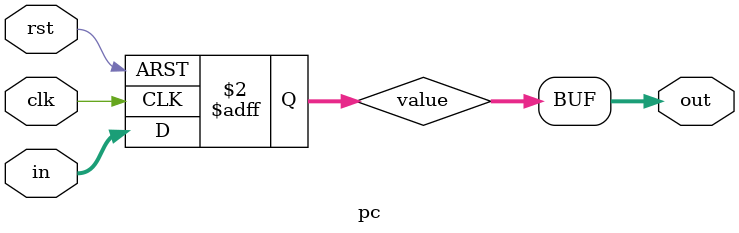
<source format=v>
module pc(in, out, clk, rst);
    input[15:0] in;
    input clk;
    input rst;
    output [15:0] out;
    
    reg[15:0] value;
    
    always@(posedge clk or posedge rst)
        if(rst)
            begin
            value <= 16'b0000000000000000;
            end
        else
            begin
            value <= in;
            end
            
    assign out = value;
endmodule        


</source>
